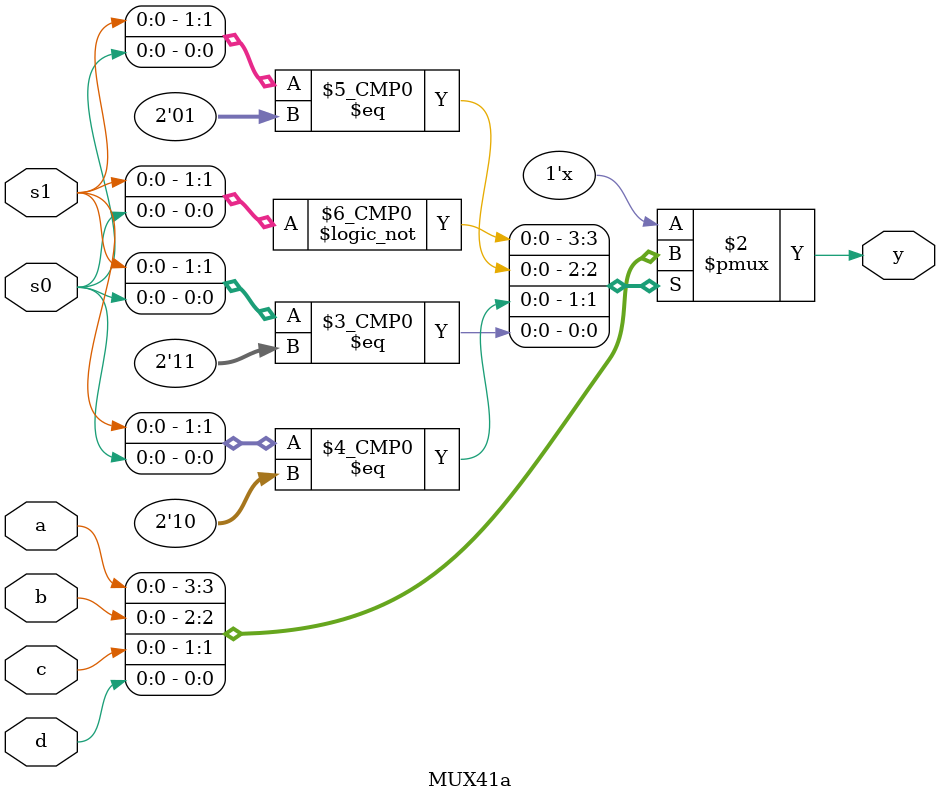
<source format=v>
module MUX41a (a, b, c, d, s1, s0, y);

	/*电路模块端口说明和定义段*/
	input a, b, c, d;  
	input s1, s0;
		
	/*信号类型定义段*/	
	output y;
	reg y;
	
	/*电路模块功能描述段*/
	always@(a or b or c or d or s1 or s0)
	
		/*语句块开始*/
		begin : MUX41
			case({s1,s0})
			
				/*具体描述电路功能的verilog语句描述段*/
				2'b00: y = a;
				2'b01: y = b;
				2'b10: y = c;
				2'b11: y = d;
			 default: y = a;
			 endcase
		end
endmodule
</source>
